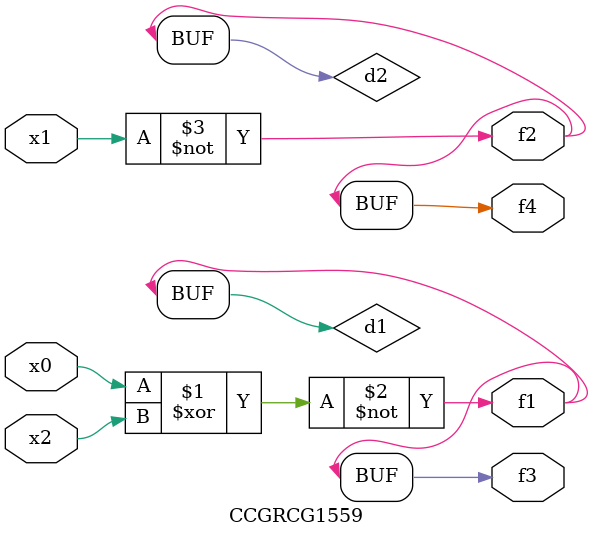
<source format=v>
module CCGRCG1559(
	input x0, x1, x2,
	output f1, f2, f3, f4
);

	wire d1, d2, d3;

	xnor (d1, x0, x2);
	nand (d2, x1);
	nor (d3, x1, x2);
	assign f1 = d1;
	assign f2 = d2;
	assign f3 = d1;
	assign f4 = d2;
endmodule

</source>
